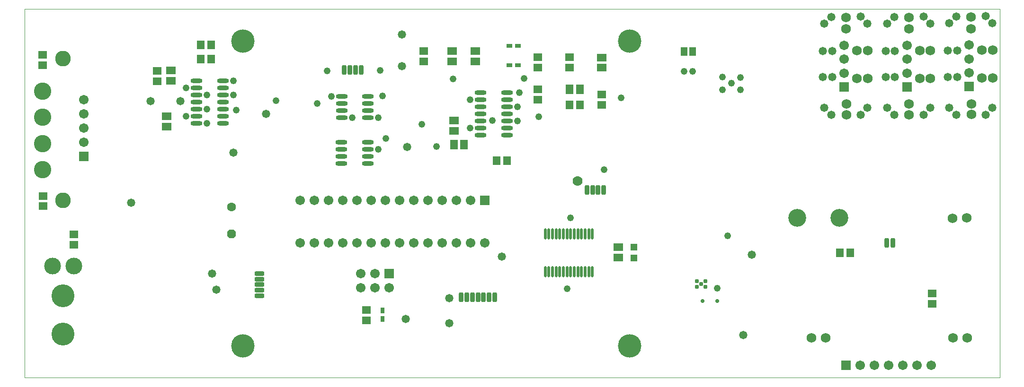
<source format=gts>
%FSLAX25Y25*%
%MOIN*%
G70*
G01*
G75*
G04 Layer_Color=8388736*
G04:AMPARAMS|DCode=10|XSize=23.62mil|YSize=61.02mil|CornerRadius=5.91mil|HoleSize=0mil|Usage=FLASHONLY|Rotation=0.000|XOffset=0mil|YOffset=0mil|HoleType=Round|Shape=RoundedRectangle|*
%AMROUNDEDRECTD10*
21,1,0.02362,0.04921,0,0,0.0*
21,1,0.01181,0.06102,0,0,0.0*
1,1,0.01181,0.00591,-0.02461*
1,1,0.01181,-0.00591,-0.02461*
1,1,0.01181,-0.00591,0.02461*
1,1,0.01181,0.00591,0.02461*
%
%ADD10ROUNDEDRECTD10*%
%ADD11O,0.07480X0.02362*%
%ADD12O,0.01378X0.07087*%
G04:AMPARAMS|DCode=13|XSize=23.62mil|YSize=61.02mil|CornerRadius=5.91mil|HoleSize=0mil|Usage=FLASHONLY|Rotation=270.000|XOffset=0mil|YOffset=0mil|HoleType=Round|Shape=RoundedRectangle|*
%AMROUNDEDRECTD13*
21,1,0.02362,0.04921,0,0,270.0*
21,1,0.01181,0.06102,0,0,270.0*
1,1,0.01181,-0.02461,-0.00591*
1,1,0.01181,-0.02461,0.00591*
1,1,0.01181,0.02461,0.00591*
1,1,0.01181,0.02461,-0.00591*
%
%ADD13ROUNDEDRECTD13*%
%ADD14R,0.03937X0.05315*%
%ADD15R,0.04134X0.04331*%
%ADD16R,0.03150X0.01969*%
%ADD17R,0.01969X0.03150*%
%ADD18R,0.04724X0.05315*%
%ADD19R,0.05315X0.04724*%
%ADD20R,0.05709X0.04528*%
%ADD21R,0.04528X0.05709*%
%ADD22C,0.01969*%
%ADD23C,0.01500*%
%ADD24C,0.02000*%
%ADD25C,0.01300*%
%ADD26C,0.04000*%
%ADD27C,0.05000*%
%ADD28C,0.03000*%
%ADD29C,0.06500*%
%ADD30C,0.06000*%
%ADD31R,0.03500X0.07500*%
%ADD32R,0.04724X0.07087*%
%ADD33R,0.07500X0.03500*%
%ADD34R,0.05600X0.07700*%
%ADD35C,0.00100*%
%ADD36C,0.11417*%
%ADD37C,0.15354*%
%ADD38C,0.11024*%
%ADD39C,0.05906*%
%ADD40R,0.05906X0.05906*%
%ADD41C,0.06000*%
%ADD42R,0.05906X0.05906*%
%ADD43P,0.05966X8X112.5*%
%ADD44C,0.05512*%
%ADD45C,0.11811*%
%ADD46C,0.10236*%
%ADD47C,0.05000*%
%ADD48C,0.02284*%
%ADD49C,0.15700*%
%ADD50C,0.04000*%
%ADD51C,0.02000*%
%ADD52C,0.06200*%
%ADD53R,0.06693X0.12598*%
%ADD54R,0.09449X0.06496*%
%ADD55O,0.01102X0.03347*%
%ADD56R,0.03543X0.02559*%
%ADD57R,0.06102X0.05512*%
%ADD58R,0.04331X0.04134*%
%ADD59R,0.03937X0.02362*%
%ADD60C,0.04500*%
%ADD61C,0.01000*%
%ADD62C,0.02500*%
%ADD63C,0.07000*%
%ADD64C,0.03500*%
%ADD65C,0.05500*%
%ADD66R,0.07087X0.04724*%
%ADD67R,0.02756X0.01102*%
%ADD68C,0.01575*%
%ADD69C,0.02362*%
%ADD70C,0.03937*%
%ADD71C,0.00787*%
%ADD72C,0.00800*%
G04:AMPARAMS|DCode=73|XSize=31.62mil|YSize=69.02mil|CornerRadius=9.91mil|HoleSize=0mil|Usage=FLASHONLY|Rotation=0.000|XOffset=0mil|YOffset=0mil|HoleType=Round|Shape=RoundedRectangle|*
%AMROUNDEDRECTD73*
21,1,0.03162,0.04921,0,0,0.0*
21,1,0.01181,0.06902,0,0,0.0*
1,1,0.01981,0.00591,-0.02461*
1,1,0.01981,-0.00591,-0.02461*
1,1,0.01981,-0.00591,0.02461*
1,1,0.01981,0.00591,0.02461*
%
%ADD73ROUNDEDRECTD73*%
%ADD74O,0.08280X0.03162*%
%ADD75O,0.02178X0.07887*%
G04:AMPARAMS|DCode=76|XSize=31.62mil|YSize=69.02mil|CornerRadius=9.91mil|HoleSize=0mil|Usage=FLASHONLY|Rotation=270.000|XOffset=0mil|YOffset=0mil|HoleType=Round|Shape=RoundedRectangle|*
%AMROUNDEDRECTD76*
21,1,0.03162,0.04921,0,0,270.0*
21,1,0.01181,0.06902,0,0,270.0*
1,1,0.01981,-0.02461,-0.00591*
1,1,0.01981,-0.02461,0.00591*
1,1,0.01981,0.02461,0.00591*
1,1,0.01981,0.02461,-0.00591*
%
%ADD76ROUNDEDRECTD76*%
%ADD77R,0.04737X0.06115*%
%ADD78R,0.04934X0.05131*%
%ADD79R,0.03950X0.02769*%
%ADD80R,0.02769X0.03950*%
%ADD81R,0.05524X0.06115*%
%ADD82R,0.06115X0.05524*%
%ADD83R,0.06509X0.05328*%
%ADD84R,0.05328X0.06509*%
%ADD85C,0.12217*%
%ADD86C,0.16154*%
%ADD87C,0.11824*%
%ADD88C,0.06706*%
%ADD89R,0.06706X0.06706*%
%ADD90C,0.06800*%
%ADD91R,0.06706X0.06706*%
%ADD92P,0.06832X8X112.5*%
%ADD93C,0.06312*%
%ADD94C,0.12611*%
%ADD95C,0.11036*%
%ADD96C,0.05800*%
%ADD97C,0.03084*%
%ADD98C,0.16500*%
%ADD99C,0.04800*%
%ADD100C,0.02800*%
%ADD101C,0.07000*%
D35*
X260400Y-22500D02*
Y237500D01*
X-426250Y-22500D02*
X260400D01*
X-426250D02*
Y237500D01*
X260400D01*
D73*
X-99117Y34400D02*
D03*
X-103033D02*
D03*
X-106950D02*
D03*
X-110867D02*
D03*
X-114783D02*
D03*
X-118700D02*
D03*
X-95200D02*
D03*
X181000Y72542D02*
D03*
X185200D02*
D03*
X-18389Y109917D02*
D03*
X-22323D02*
D03*
X-26256D02*
D03*
X-30189D02*
D03*
X-201000Y194500D02*
D03*
X-197067D02*
D03*
X-193133D02*
D03*
X-189200D02*
D03*
D74*
X-202921Y175800D02*
D03*
Y170800D02*
D03*
Y165800D02*
D03*
Y160800D02*
D03*
X-184416Y175800D02*
D03*
Y170800D02*
D03*
Y165800D02*
D03*
Y160800D02*
D03*
X-286579Y156900D02*
D03*
Y161900D02*
D03*
Y166900D02*
D03*
Y171900D02*
D03*
Y176900D02*
D03*
Y181900D02*
D03*
Y186900D02*
D03*
X-305083Y156900D02*
D03*
Y161900D02*
D03*
Y166900D02*
D03*
Y171900D02*
D03*
Y176900D02*
D03*
Y181900D02*
D03*
Y186900D02*
D03*
X-105121Y178690D02*
D03*
Y173690D02*
D03*
Y168690D02*
D03*
Y163690D02*
D03*
Y158690D02*
D03*
Y153690D02*
D03*
Y148690D02*
D03*
X-86616Y178690D02*
D03*
Y173690D02*
D03*
Y168690D02*
D03*
Y163690D02*
D03*
Y158690D02*
D03*
Y153690D02*
D03*
Y148690D02*
D03*
X-203052Y143600D02*
D03*
Y138600D02*
D03*
Y133600D02*
D03*
Y128600D02*
D03*
X-184548Y143600D02*
D03*
Y138600D02*
D03*
Y133600D02*
D03*
Y128600D02*
D03*
D75*
X-26366Y78886D02*
D03*
X-28925D02*
D03*
X-31484D02*
D03*
X-34043D02*
D03*
X-36602D02*
D03*
X-39161D02*
D03*
X-41721D02*
D03*
X-44280D02*
D03*
X-46839D02*
D03*
X-49398D02*
D03*
X-51957D02*
D03*
X-54516D02*
D03*
X-57075D02*
D03*
X-59634D02*
D03*
X-26366Y52114D02*
D03*
X-28925D02*
D03*
X-31484D02*
D03*
X-34043D02*
D03*
X-36602D02*
D03*
X-39161D02*
D03*
X-41721D02*
D03*
X-44280D02*
D03*
X-46839D02*
D03*
X-49398D02*
D03*
X-51957D02*
D03*
X-54516D02*
D03*
X-57075D02*
D03*
X-59634D02*
D03*
D76*
X-260700Y47100D02*
D03*
Y43200D02*
D03*
Y39300D02*
D03*
Y35400D02*
D03*
Y51000D02*
D03*
D77*
X38049Y207659D02*
D03*
X44151D02*
D03*
D78*
X2832Y69737D02*
D03*
Y61863D02*
D03*
D79*
X-78900Y197790D02*
D03*
X-84900D02*
D03*
X-78900Y211690D02*
D03*
X-84900D02*
D03*
D80*
X-174100Y18900D02*
D03*
Y24900D02*
D03*
D81*
X147858Y65542D02*
D03*
X155142D02*
D03*
X-301973Y202368D02*
D03*
X-294690D02*
D03*
X-301973Y212171D02*
D03*
X-294690D02*
D03*
X-93842Y130700D02*
D03*
X-86558D02*
D03*
X-42410Y169942D02*
D03*
X-35127D02*
D03*
D82*
X212900Y36984D02*
D03*
Y29701D02*
D03*
X-332800Y186605D02*
D03*
Y193888D02*
D03*
X-145000Y200548D02*
D03*
Y207832D02*
D03*
X-19700Y169858D02*
D03*
Y177142D02*
D03*
X-42398Y196358D02*
D03*
Y203642D02*
D03*
X-64900Y180942D02*
D03*
Y173658D02*
D03*
Y196358D02*
D03*
Y203642D02*
D03*
X-185500Y25142D02*
D03*
Y17858D02*
D03*
X-413500Y198058D02*
D03*
Y205342D02*
D03*
X-413300Y105742D02*
D03*
Y98458D02*
D03*
X-391500Y71358D02*
D03*
Y78642D02*
D03*
D83*
X-323131Y194142D02*
D03*
Y186858D02*
D03*
X-326000Y154658D02*
D03*
Y161942D02*
D03*
X-108800Y200548D02*
D03*
Y207832D02*
D03*
X-125300Y200548D02*
D03*
Y207832D02*
D03*
X-123800Y158842D02*
D03*
Y151558D02*
D03*
X-19700Y196158D02*
D03*
Y203442D02*
D03*
X-8168Y69573D02*
D03*
Y62289D02*
D03*
D84*
X-123963Y141800D02*
D03*
X-116680D02*
D03*
X-42410Y180800D02*
D03*
X-35127D02*
D03*
D85*
X-413500Y179700D02*
D03*
Y161200D02*
D03*
Y142700D02*
D03*
Y124200D02*
D03*
D86*
X-399000Y8200D02*
D03*
Y35200D02*
D03*
D87*
X-406500Y56200D02*
D03*
X-391500D02*
D03*
D88*
X150970Y212053D02*
D03*
Y202233D02*
D03*
Y192413D02*
D03*
X195170Y212053D02*
D03*
Y202233D02*
D03*
Y192413D02*
D03*
X238900Y212263D02*
D03*
Y202443D02*
D03*
Y192623D02*
D03*
X-169430Y41000D02*
D03*
X-179430Y51000D02*
D03*
Y41000D02*
D03*
X-189430Y51000D02*
D03*
Y41000D02*
D03*
X212200Y-13658D02*
D03*
X202200D02*
D03*
X192200D02*
D03*
X182200D02*
D03*
X162200D02*
D03*
X172200D02*
D03*
X-384400Y173600D02*
D03*
Y163600D02*
D03*
Y153600D02*
D03*
Y143600D02*
D03*
X-232132Y72476D02*
D03*
X-222131D02*
D03*
X-212132D02*
D03*
X-202132D02*
D03*
X-192131D02*
D03*
X-182132D02*
D03*
X-172132D02*
D03*
X-162132D02*
D03*
X-152131D02*
D03*
X-142131D02*
D03*
X-132132D02*
D03*
X-122132D02*
D03*
X-112132D02*
D03*
X-102131D02*
D03*
X-232132Y102476D02*
D03*
X-222131D02*
D03*
X-212132D02*
D03*
X-202132D02*
D03*
X-192131D02*
D03*
X-182132D02*
D03*
X-172132D02*
D03*
X-162132D02*
D03*
X-152131D02*
D03*
X-142131D02*
D03*
X-132132D02*
D03*
X-122132D02*
D03*
X-112132D02*
D03*
D89*
X150970Y182593D02*
D03*
X195170D02*
D03*
X238900Y182803D02*
D03*
X-384400Y133600D02*
D03*
X-102131Y102476D02*
D03*
D90*
X152470Y163000D02*
D03*
Y170500D02*
D03*
X159970Y188667D02*
D03*
X167470Y188603D02*
D03*
X152320Y223500D02*
D03*
Y231740D02*
D03*
X167470Y208437D02*
D03*
X159970D02*
D03*
X196670Y163000D02*
D03*
Y170500D02*
D03*
X204170Y188667D02*
D03*
X211670Y188603D02*
D03*
X196520Y223500D02*
D03*
Y231740D02*
D03*
X211670Y208437D02*
D03*
X204170D02*
D03*
X240400Y163210D02*
D03*
Y170710D02*
D03*
X247900Y188877D02*
D03*
X255400Y188814D02*
D03*
X240250Y223710D02*
D03*
Y231950D02*
D03*
X255400Y208647D02*
D03*
X247900D02*
D03*
X227150Y90092D02*
D03*
X237150Y90292D02*
D03*
X227450Y5492D02*
D03*
X237450Y5692D02*
D03*
X127950Y5492D02*
D03*
X137950Y5692D02*
D03*
D91*
X-169430Y51000D02*
D03*
X152200Y-13658D02*
D03*
D92*
X-280600Y78816D02*
D03*
D93*
Y98029D02*
D03*
D94*
X117750Y90292D02*
D03*
X147650Y90192D02*
D03*
D95*
X-399000Y102700D02*
D03*
Y202700D02*
D03*
D96*
X135970Y208000D02*
D03*
Y189500D02*
D03*
X142470Y208000D02*
D03*
Y189500D02*
D03*
X136970Y227370D02*
D03*
X141970Y232000D02*
D03*
X167230Y227370D02*
D03*
X162600Y232370D02*
D03*
Y162870D02*
D03*
X167230Y167870D02*
D03*
X136970D02*
D03*
X141970Y162870D02*
D03*
X180170Y208000D02*
D03*
Y189500D02*
D03*
X186670Y208000D02*
D03*
Y189500D02*
D03*
X181170Y227370D02*
D03*
X186170Y232000D02*
D03*
X211430Y227370D02*
D03*
X206800Y232370D02*
D03*
Y162870D02*
D03*
X211430Y167870D02*
D03*
X181170D02*
D03*
X186170Y162870D02*
D03*
X223900Y208210D02*
D03*
Y189710D02*
D03*
X230400Y208210D02*
D03*
Y189710D02*
D03*
X224900Y227580D02*
D03*
X229900Y232210D02*
D03*
X255160Y227580D02*
D03*
X250530Y232580D02*
D03*
Y163080D02*
D03*
X255160Y168080D02*
D03*
X224900D02*
D03*
X229900Y163080D02*
D03*
X-291068Y39568D02*
D03*
X80000Y7600D02*
D03*
X85800Y64200D02*
D03*
X-157900Y18900D02*
D03*
X-127000Y16028D02*
D03*
Y33663D02*
D03*
X-351200Y100900D02*
D03*
X-156900Y140250D02*
D03*
X-160400Y197394D02*
D03*
Y219600D02*
D03*
X-256000Y163636D02*
D03*
X-337400Y172521D02*
D03*
X-316400D02*
D03*
X-279086Y136263D02*
D03*
X-294300Y51000D02*
D03*
X-90200Y63100D02*
D03*
D97*
X47305Y45668D02*
D03*
X50258Y43700D02*
D03*
X47305Y41731D02*
D03*
X53211Y45668D02*
D03*
Y41731D02*
D03*
D98*
X0Y0D02*
D03*
Y215000D02*
D03*
X-272500D02*
D03*
Y0D02*
D03*
D99*
X-279239Y176900D02*
D03*
X-112461Y153690D02*
D03*
X-79276Y168690D02*
D03*
X-6300Y175080D02*
D03*
X-297743Y176900D02*
D03*
X-312424Y161900D02*
D03*
X44151Y193763D02*
D03*
X-136000Y140489D02*
D03*
X-79276Y158690D02*
D03*
X-74400Y188600D02*
D03*
X-297743Y156900D02*
D03*
X38049Y193763D02*
D03*
X-112461Y173690D02*
D03*
X-124400Y188278D02*
D03*
X-96700Y158900D02*
D03*
X-312424Y181900D02*
D03*
X-146500Y156200D02*
D03*
X-220300Y170868D02*
D03*
X-277100Y166345D02*
D03*
X-171700Y146200D02*
D03*
X-174193Y176300D02*
D03*
X-64100Y161600D02*
D03*
X78019Y180600D02*
D03*
X65200D02*
D03*
Y189600D02*
D03*
X78019Y189400D02*
D03*
X68927Y77700D02*
D03*
X61600Y40747D02*
D03*
X71600Y185300D02*
D03*
X-44280Y40321D02*
D03*
X-41710Y90190D02*
D03*
X-177208Y138600D02*
D03*
X-195580Y160800D02*
D03*
X-177076D02*
D03*
X-213100Y194016D02*
D03*
X-249200Y173000D02*
D03*
X-297743Y166900D02*
D03*
X-279239Y186900D02*
D03*
X-210261Y175800D02*
D03*
X-175900Y194200D02*
D03*
X-77690Y178690D02*
D03*
X-18300Y124351D02*
D03*
D100*
X61541Y31486D02*
D03*
X51136D02*
D03*
D101*
X-36689Y116417D02*
D03*
M02*

</source>
